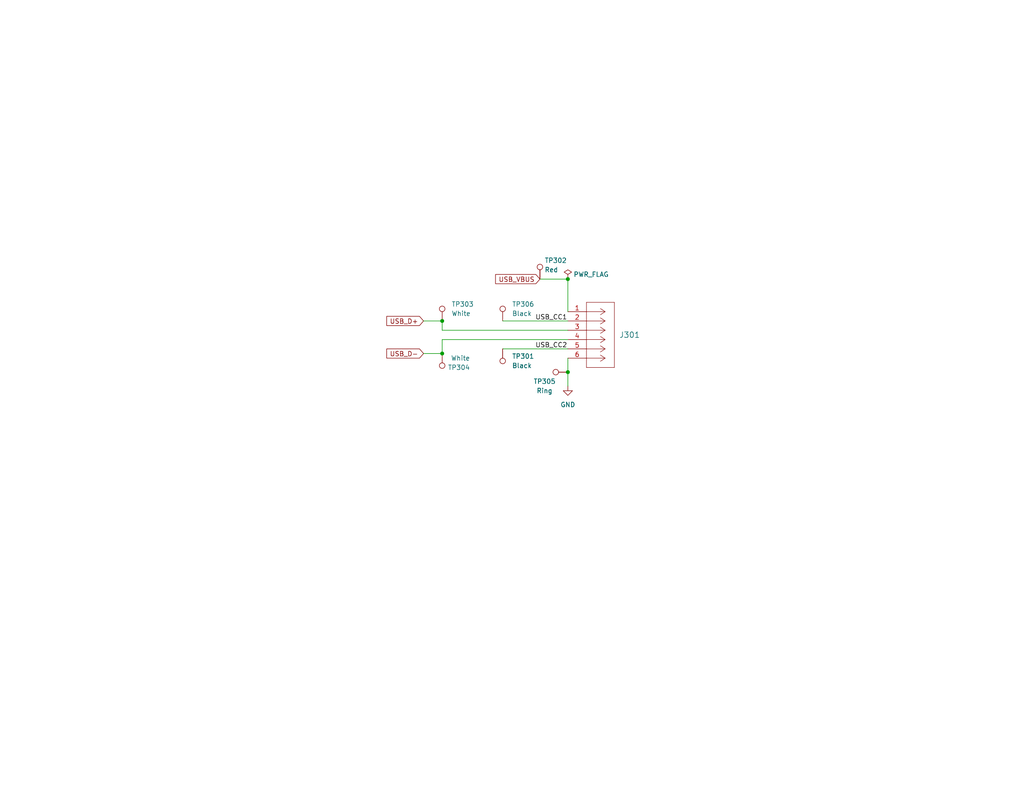
<source format=kicad_sch>
(kicad_sch (version 20230121) (generator eeschema)
  (paper "USLetter")
  (lib_symbols
    (symbol "Connector:TestPoint" (pin_numbers hide) (pin_names (offset 0.762) hide)
      (property "Reference" "TP" (at 0 6.858 0))
      (property "Value" "TestPoint" (at 0 5.08 0))
      (symbol "TestPoint_0_1"
        (circle (center 0 3.302) (radius 0.762))
      )
      (symbol "TestPoint_1_1"
        (pin passive line (at 0 0 90) (length 2.54) (name "1") (number "1"))
      )
    )
    (symbol "Molex 430450612:430450612" (pin_names (offset 0) hide)
      (property "Reference" "J" (at 8.89 6.35 0))
      (symbol "430450612_1_1"
        (polyline (pts (xy 5.08 -15.24) (xy 12.7 -15.24)) (stroke (width 0.127)))
        (polyline (pts (xy 5.08 2.54) (xy 5.08 -15.24)) (stroke (width 0.127)))
        (polyline (pts (xy 10.16 -12.7) (xy 5.08 -12.7)) (stroke (width 0.127)))
        (polyline (pts (xy 10.16 -12.7) (xy 8.89 -13.5467)) (stroke (width 0.127)))
        (polyline (pts (xy 10.16 -12.7) (xy 8.89 -11.8533)) (stroke (width 0.127)))
        (polyline (pts (xy 10.16 -10.16) (xy 5.08 -10.16)) (stroke (width 0.127)))
        (polyline (pts (xy 10.16 -10.16) (xy 8.89 -11.0067)) (stroke (width 0.127)))
        (polyline (pts (xy 10.16 -10.16) (xy 8.89 -9.3133)) (stroke (width 0.127)))
        (polyline (pts (xy 10.16 -7.62) (xy 5.08 -7.62)) (stroke (width 0.127)))
        (polyline (pts (xy 10.16 -7.62) (xy 8.89 -8.4667)) (stroke (width 0.127)))
        (polyline (pts (xy 10.16 -7.62) (xy 8.89 -6.7733)) (stroke (width 0.127)))
        (polyline (pts (xy 10.16 -5.08) (xy 5.08 -5.08)) (stroke (width 0.127)))
        (polyline (pts (xy 10.16 -5.08) (xy 8.89 -5.9267)) (stroke (width 0.127)))
        (polyline (pts (xy 10.16 -5.08) (xy 8.89 -4.2333)) (stroke (width 0.127)))
        (polyline (pts (xy 10.16 -2.54) (xy 5.08 -2.54)) (stroke (width 0.127)))
        (polyline (pts (xy 10.16 -2.54) (xy 8.89 -3.3867)) (stroke (width 0.127)))
        (polyline (pts (xy 10.16 -2.54) (xy 8.89 -1.6933)) (stroke (width 0.127)))
        (polyline (pts (xy 10.16 0) (xy 5.08 0)) (stroke (width 0.127)))
        (polyline (pts (xy 10.16 0) (xy 8.89 -0.8467)) (stroke (width 0.127)))
        (polyline (pts (xy 10.16 0) (xy 8.89 0.8467)) (stroke (width 0.127)))
        (polyline (pts (xy 12.7 -15.24) (xy 12.7 2.54)) (stroke (width 0.127)))
        (polyline (pts (xy 12.7 2.54) (xy 5.08 2.54)) (stroke (width 0.127)))
        (pin unspecified line (at 0 0 0) (length 5.08) (name "1") (number "1"))
        (pin unspecified line (at 0 -2.54 0) (length 5.08) (name "2") (number "2"))
        (pin unspecified line (at 0 -5.08 0) (length 5.08) (name "3") (number "3"))
        (pin unspecified line (at 0 -7.62 0) (length 5.08) (name "4") (number "4"))
        (pin unspecified line (at 0 -10.16 0) (length 5.08) (name "5") (number "5"))
        (pin unspecified line (at 0 -12.7 0) (length 5.08) (name "6") (number "6"))
      )
      (symbol "430450612_1_2"
        (polyline (pts (xy 5.08 -15.24) (xy 12.7 -15.24)) (stroke (width 0.127)))
        (polyline (pts (xy 5.08 2.54) (xy 5.08 -15.24)) (stroke (width 0.127)))
        (polyline (pts (xy 7.62 -12.7) (xy 5.08 -12.7)) (stroke (width 0.127)))
        (polyline (pts (xy 7.62 -12.7) (xy 8.89 -13.5467)) (stroke (width 0.127)))
        (polyline (pts (xy 7.62 -12.7) (xy 8.89 -11.8533)) (stroke (width 0.127)))
        (polyline (pts (xy 7.62 -10.16) (xy 5.08 -10.16)) (stroke (width 0.127)))
        (polyline (pts (xy 7.62 -10.16) (xy 8.89 -11.0067)) (stroke (width 0.127)))
        (polyline (pts (xy 7.62 -10.16) (xy 8.89 -9.3133)) (stroke (width 0.127)))
        (polyline (pts (xy 7.62 -7.62) (xy 5.08 -7.62)) (stroke (width 0.127)))
        (polyline (pts (xy 7.62 -7.62) (xy 8.89 -8.4667)) (stroke (width 0.127)))
        (polyline (pts (xy 7.62 -7.62) (xy 8.89 -6.7733)) (stroke (width 0.127)))
        (polyline (pts (xy 7.62 -5.08) (xy 5.08 -5.08)) (stroke (width 0.127)))
        (polyline (pts (xy 7.62 -5.08) (xy 8.89 -5.9267)) (stroke (width 0.127)))
        (polyline (pts (xy 7.62 -5.08) (xy 8.89 -4.2333)) (stroke (width 0.127)))
        (polyline (pts (xy 7.62 -2.54) (xy 5.08 -2.54)) (stroke (width 0.127)))
        (polyline (pts (xy 7.62 -2.54) (xy 8.89 -3.3867)) (stroke (width 0.127)))
        (polyline (pts (xy 7.62 -2.54) (xy 8.89 -1.6933)) (stroke (width 0.127)))
        (polyline (pts (xy 7.62 0) (xy 5.08 0)) (stroke (width 0.127)))
        (polyline (pts (xy 7.62 0) (xy 8.89 -0.8467)) (stroke (width 0.127)))
        (polyline (pts (xy 7.62 0) (xy 8.89 0.8467)) (stroke (width 0.127)))
        (polyline (pts (xy 12.7 -15.24) (xy 12.7 2.54)) (stroke (width 0.127)))
        (polyline (pts (xy 12.7 2.54) (xy 5.08 2.54)) (stroke (width 0.127)))
        (pin unspecified line (at 0 0 0) (length 5.08) (name "1") (number "1"))
        (pin unspecified line (at 0 -2.54 0) (length 5.08) (name "2") (number "2"))
        (pin unspecified line (at 0 -5.08 0) (length 5.08) (name "3") (number "3"))
        (pin unspecified line (at 0 -7.62 0) (length 5.08) (name "4") (number "4"))
        (pin unspecified line (at 0 -10.16 0) (length 5.08) (name "5") (number "5"))
        (pin unspecified line (at 0 -12.7 0) (length 5.08) (name "6") (number "6"))
      )
    )
    (symbol "power:GND" (power) (pin_names (offset 0))
      (property "Value" "GND" (at 0 -3.81 0))
      (symbol "GND_0_1"
        (polyline (pts (xy 0 0) (xy 0 -1.27) (xy 1.27 -1.27) (xy 0 -2.54) (xy -1.27 -1.27) (xy 0 -1.27)))
      )
      (symbol "GND_1_1"
        (pin power_in line (at 0 0 270) (length 0) hide (name "GND") (number "1"))
      )
    )
    (symbol "power:PWR_FLAG" (power) (pin_numbers hide) (pin_names (offset 0) hide)
      (property "Value" "PWR_FLAG" (at 0 3.81 0))
      (symbol "PWR_FLAG_0_0"
        (pin power_out line (at 0 0 90) (length 0) (name "pwr") (number "1"))
      )
      (symbol "PWR_FLAG_0_1"
        (polyline (pts (xy 0 0) (xy 0 1.27) (xy -1.016 1.905) (xy 0 2.54) (xy 1.016 1.905) (xy 0 1.27)))
      )
    )
  )
  (junction (at 154.94 101.6))
  (junction (at 120.65 87.63))
  (junction (at 120.65 96.52))
  (junction (at 154.94 76.2))
  (wire (pts (xy 137.16 95.25) (xy 154.94 95.25)))
  (wire (pts (xy 147.32 76.2) (xy 154.94 76.2)))
  (wire (pts (xy 154.94 90.17) (xy 120.65 90.17)))
  (wire (pts (xy 120.65 96.52) (xy 115.57 96.52)))
  (wire (pts (xy 120.65 90.17) (xy 120.65 87.63)))
  (wire (pts (xy 154.94 105.41) (xy 154.94 101.6)))
  (wire (pts (xy 154.94 76.2) (xy 154.94 85.09)))
  (wire (pts (xy 120.65 92.71) (xy 120.65 96.52)))
  (wire (pts (xy 154.94 97.79) (xy 154.94 101.6)))
  (wire (pts (xy 120.65 87.63) (xy 115.57 87.63)))
  (wire (pts (xy 137.16 87.63) (xy 154.94 87.63)))
  (wire (pts (xy 154.94 92.71) (xy 120.65 92.71)))
  (label "USB_CC2" (at 146.05 95.25 0))
  (label "USB_CC1" (at 146.05 87.63 0))
  (global_label "USB_VBUS" (shape input) (at 147.32 76.2 180) (property "Intersheetrefs" "${INTERSHEET_REFS}" (at 134.6586 76.2 0) (effects (justify right))))
  (global_label "USB_D+" (shape input) (at 115.57 87.63 180) (property "Intersheetrefs" "${INTERSHEET_REFS}" (at 104.9648 87.63 0) (effects (justify right))))
  (global_label "USB_D-" (shape input) (at 115.57 96.52 180) (property "Intersheetrefs" "${INTERSHEET_REFS}" (at 104.9648 96.52 0) (effects (justify right))))
  (symbol (lib_id "Connector:TestPoint") (at 137.16 87.63 0) (unit 1)
    (property "Reference" "TP306" (at 139.7 83.058 0) (effects (justify left)))
    (property "Value" "Black" (at 139.7 85.598 0) (effects (justify left)))
    (property "Footprint" "TestPoint:TestPoint_Keystone_5000-5004_Miniature" (effects hide))
    (property "Active" "Y" (effects hide))
    (property "MPN" "C238122" (effects hide))
    (property "Manufacturer" "Keystone" (effects hide))
    (property "Manufacturer Part Number" "5001" (effects hide))
  )
  (symbol (lib_id "Connector:TestPoint") (at 137.16 95.25 180) (unit 1)
    (property "Reference" "TP301" (at 139.7 97.282 0) (effects (justify right)))
    (property "Value" "Black" (at 139.7 99.822 0) (effects (justify right)))
    (property "Footprint" "TestPoint:TestPoint_Keystone_5000-5004_Miniature" (effects hide))
    (property "Active" "Y" (effects hide))
    (property "MPN" "C238122" (effects hide))
    (property "Manufacturer" "Keystone" (effects hide))
    (property "Manufacturer Part Number" "5001" (effects hide))
  )
  (symbol (lib_id "Connector:TestPoint") (at 120.65 96.52 180) (unit 1)
    (property "Reference" "TP304" (at 128.27 100.33 0) (effects (justify left)))
    (property "Value" "White" (at 128.27 97.79 0) (effects (justify left)))
    (property "Footprint" "TestPoint:TestPoint_Keystone_5000-5004_Miniature" (effects hide))
    (property "MPN" "C238123" (effects hide))
    (property "Manufacturer" "Keystone" (effects hide))
    (property "Manufacturer Part Number" "5002" (effects hide))
    (property "Active" "Y" (effects hide))
  )
  (symbol (lib_id "power:PWR_FLAG") (at 154.94 76.2 0) (unit 1)
    (property "Reference" "#FLG0304" (effects hide))
    (property "Value" "PWR_FLAG" (at 161.29 74.93 0))
  )
  (symbol (lib_id "Connector:TestPoint") (at 147.32 76.2 0) (unit 1)
    (property "Reference" "TP302" (at 148.59 71.12 0) (effects (justify left)))
    (property "Value" "Red" (at 148.59 73.66 0) (effects (justify left)))
    (property "Footprint" "TestPoint:TestPoint_Keystone_5000-5004_Miniature" (effects hide))
    (property "MPN" "C5199900" (effects hide))
    (property "Manufacturer" "Keystone" (effects hide))
    (property "Manufacturer Part Number" "5000" (effects hide))
    (property "Active" "Y" (effects hide))
  )
  (symbol (lib_id "Molex 430450612:430450612") (at 154.94 85.09 0) (unit 1)
    (property "Reference" "J301" (at 168.91 91.44 0) (effects (font (size 1.524 1.524)) (justify left)))
    (property "Value" "Molex_430450612" (effects hide))
    (property "Footprint" "footprints:Molex_430450612" (effects hide))
    (property "Datasheet" "430450612" (effects hide))
    (property "Active" "Y" (effects hide))
    (property "MPN" "C234188" (effects hide))
    (property "Manufacturer" "Molex" (effects hide))
    (property "Manufacturer Part Number" "430450612" (effects hide))
    (property "Specs" "5A @ 20V" (effects hide))
  )
  (symbol (lib_id "power:GND") (at 154.94 105.41 0) (unit 1)
    (property "Reference" "#PWR09" (effects hide))
    (property "Value" "GND" (at 154.94 110.49 0))
  )
  (symbol (lib_id "Connector:TestPoint") (at 120.65 87.63 0) (unit 1)
    (property "Reference" "TP303" (at 123.19 83.058 0) (effects (justify left)))
    (property "Value" "White" (at 123.19 85.598 0) (effects (justify left)))
    (property "Footprint" "TestPoint:TestPoint_Keystone_5000-5004_Miniature" (effects hide))
    (property "MPN" "C238123" (effects hide))
    (property "Manufacturer" "Keystone" (effects hide))
    (property "Manufacturer Part Number" "5002" (effects hide))
    (property "Active" "Y" (effects hide))
  )
  (symbol (lib_id "Connector:TestPoint") (at 154.94 101.6 90) (unit 1)
    (property "Reference" "TP305" (at 148.59 104.14 90))
    (property "Value" "Ring" (at 148.59 106.68 90))
    (property "Footprint" "TestPoint:TestPoint_Keystone_5019_Minature" (effects hide))
    (property "MPN" "C238131" (effects hide))
    (property "Manufacturer" "Keystone" (effects hide))
    (property "Manufacturer Part Number" "5019" (effects hide))
    (property "Active" "Y" (effects hide))
  )
)
</source>
